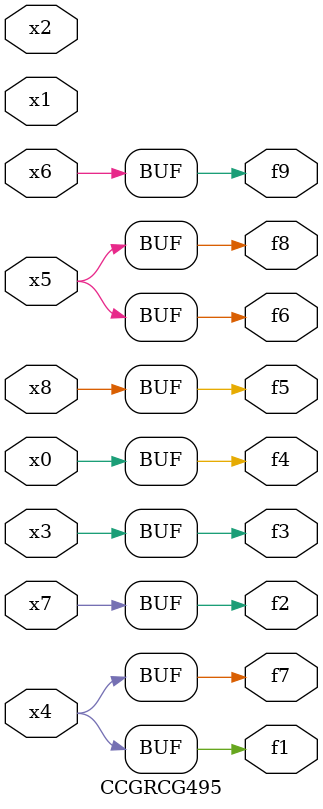
<source format=v>
module CCGRCG495(
	input x0, x1, x2, x3, x4, x5, x6, x7, x8,
	output f1, f2, f3, f4, f5, f6, f7, f8, f9
);
	assign f1 = x4;
	assign f2 = x7;
	assign f3 = x3;
	assign f4 = x0;
	assign f5 = x8;
	assign f6 = x5;
	assign f7 = x4;
	assign f8 = x5;
	assign f9 = x6;
endmodule

</source>
